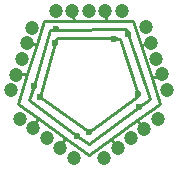
<source format=gbr>
G04 #@! TF.FileFunction,Copper,L2,Bot,Signal*
%FSLAX46Y46*%
G04 Gerber Fmt 4.6, Leading zero omitted, Abs format (unit mm)*
G04 Created by KiCad (PCBNEW 4.0.7) date 01/08/18 14:04:22*
%MOMM*%
%LPD*%
G01*
G04 APERTURE LIST*
%ADD10C,0.100000*%
%ADD11C,1.200000*%
%ADD12C,0.600000*%
%ADD13C,0.250000*%
G04 APERTURE END LIST*
D10*
D11*
X149807552Y-97577678D03*
X151538048Y-92251762D03*
X151105424Y-93583241D03*
X150240176Y-96246199D03*
X150672800Y-94914720D03*
X155071648Y-103266119D03*
X150541152Y-99974521D03*
X151673776Y-100797421D03*
X153939024Y-102443219D03*
X152806400Y-101620320D03*
X161227392Y-92211122D03*
X162957888Y-97537038D03*
X162525264Y-96205559D03*
X161660016Y-93542601D03*
X162092640Y-94874080D03*
X162203968Y-99994841D03*
X157673472Y-103286439D03*
X158806096Y-102463539D03*
X161071344Y-100817741D03*
X159938720Y-101640640D03*
X153562400Y-90830400D03*
X159162400Y-90830400D03*
X157762400Y-90830400D03*
X154962400Y-90830400D03*
X156362400Y-90830400D03*
D12*
X160492440Y-97856040D03*
X158541720Y-93192600D03*
X153527760Y-93527880D03*
X152247600Y-98130360D03*
X156362400Y-101071680D03*
X153619200Y-92400120D03*
X160614360Y-98983800D03*
X151698960Y-97200720D03*
X159699960Y-92824300D03*
X155387040Y-101452680D03*
D13*
X152605794Y-91721940D02*
X151993379Y-93647982D01*
X151993379Y-93647982D02*
X151176384Y-96217427D01*
X151993379Y-93647983D02*
X151993379Y-93647982D01*
X151105424Y-93583241D02*
X151993379Y-93647983D01*
X150240176Y-96246199D02*
X151176384Y-96217426D01*
X151176384Y-96217426D02*
X151176384Y-96217427D01*
X151176384Y-96217427D02*
X150372668Y-98745109D01*
X157762400Y-90830400D02*
X157814381Y-91734167D01*
X154962400Y-90830400D02*
X155092826Y-91727778D01*
X151673776Y-100797421D02*
X152043411Y-99938645D01*
X153939024Y-102443219D02*
X154357007Y-101591419D01*
X158806096Y-102463539D02*
X158247616Y-101705018D01*
X161071344Y-100817741D02*
X160477073Y-100084534D01*
X160477073Y-100084534D02*
X160477073Y-100084533D01*
X162525264Y-96205559D02*
X161676439Y-96542232D01*
X161676439Y-96542232D02*
X161676439Y-96542233D01*
X161660016Y-93542601D02*
X160748951Y-93735457D01*
X160748951Y-93735457D02*
X160748951Y-93735456D01*
X156397974Y-103049434D02*
X154357007Y-101591419D01*
X154357007Y-101591419D02*
X152043411Y-99938645D01*
X152043411Y-99938645D02*
X150372668Y-98745109D01*
X156395296Y-103051390D02*
X156397974Y-103049434D01*
X156397974Y-103049434D02*
X158247616Y-101705018D01*
X158247616Y-101705018D02*
X160477073Y-100084533D01*
X160477073Y-100084533D02*
X162388001Y-98695572D01*
X162388001Y-98695572D02*
X161676439Y-96542233D01*
X161676439Y-96542233D02*
X160748951Y-93735456D01*
X160748951Y-93735456D02*
X160089398Y-91739508D01*
X152605794Y-91721940D02*
X155092826Y-91727778D01*
X155092826Y-91727778D02*
X157814381Y-91734167D01*
X157814381Y-91734167D02*
X160089398Y-91739508D01*
X160089398Y-91739508D02*
X160097586Y-91739457D01*
X150372668Y-98745109D02*
X150343000Y-98714526D01*
X160505986Y-97851511D02*
X160505986Y-97851512D01*
X160492440Y-97856040D02*
X160505986Y-97851511D01*
X158541720Y-93192600D02*
X158541443Y-93168411D01*
X153523552Y-93526553D02*
X153523552Y-93526554D01*
X153527760Y-93527880D02*
X153523552Y-93526553D01*
X152254853Y-98120405D02*
X152254853Y-98120404D01*
X152247600Y-98130360D02*
X152254853Y-98120405D01*
X152247600Y-98115120D02*
X152254853Y-98120404D01*
X152254853Y-98120404D02*
X156270960Y-101041200D01*
X153642291Y-93150173D02*
X153523552Y-93526554D01*
X153523552Y-93526554D02*
X152247600Y-98115120D01*
X158987928Y-93226303D02*
X158541443Y-93168411D01*
X158541443Y-93168411D02*
X153642291Y-93150173D01*
X160568640Y-98038920D02*
X160505986Y-97851512D01*
X160505986Y-97851512D02*
X158987928Y-93226303D01*
X156362400Y-101071680D02*
X160568640Y-98038920D01*
X153619200Y-92400120D02*
X153619994Y-92455379D01*
X160633409Y-99010626D02*
X160633409Y-99010625D01*
X160614360Y-98983800D02*
X160633409Y-99010626D01*
X151687160Y-97196973D02*
X151687160Y-97196972D01*
X151698960Y-97200720D02*
X151687160Y-97196973D01*
X159699960Y-92824300D02*
X159695456Y-92825844D01*
X156377640Y-102153720D02*
X155376880Y-101462840D01*
X161518600Y-98298000D02*
X160633409Y-99010625D01*
X160633409Y-99010625D02*
X156377640Y-102153720D01*
X159533597Y-92393873D02*
X159695456Y-92825844D01*
X159695456Y-92825844D02*
X161518600Y-98298000D01*
X153081567Y-92470132D02*
X153619994Y-92455379D01*
X153619994Y-92455379D02*
X159533597Y-92393873D01*
X151287480Y-98356420D02*
X151687160Y-97196972D01*
X151687160Y-97196972D02*
X153081567Y-92470132D01*
X155387040Y-101452680D02*
X151287480Y-98356420D01*
M02*

</source>
